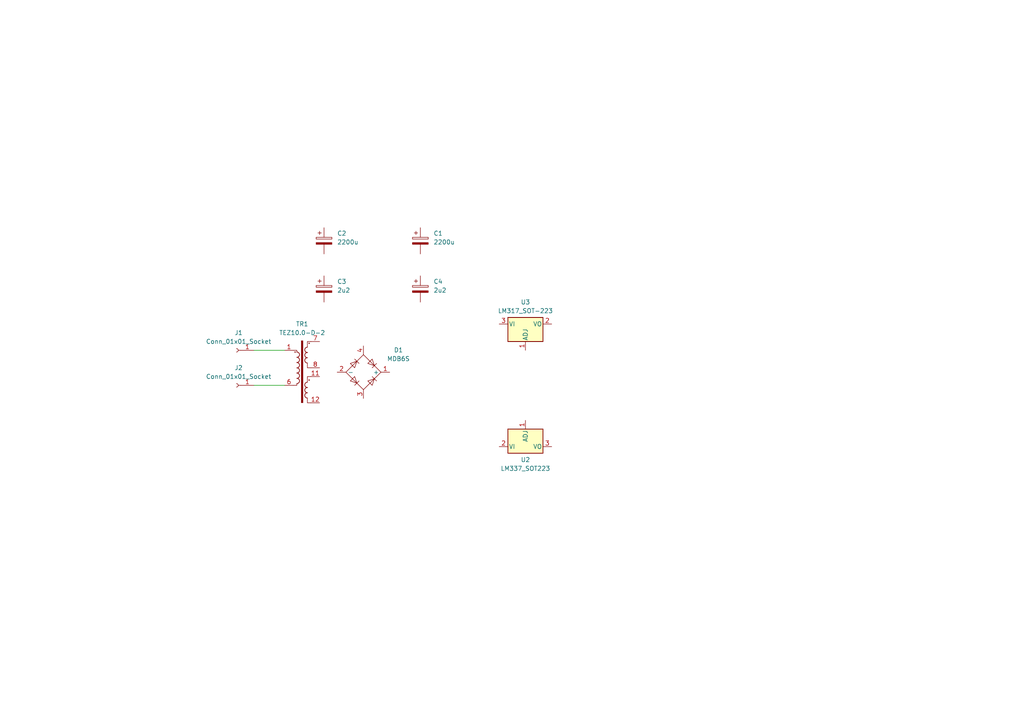
<source format=kicad_sch>
(kicad_sch (version 20250114) (generator "eeschema") (generator_version "9.0")
  (paper "A4")
  (title_block (title "PHONO PREAMP") (date "2025-08-05") (rev "1.0") (company "Chapuzas S.L."))
  (lib_symbols
    (symbol "Connector:Conn_01x01_Socket" (pin_names (offset 1.016) (hide yes))
      (property "Reference" "J" (at 0 2.54 0))
      (property "Value" "Conn_01x01_Socket" (at 0 -2.54 0))
      (symbol "Conn_01x01_Socket_1_1"
        (polyline (pts (xy -1.27 0) (xy -0.508 0)) (stroke (width 0.1524)))
        (arc (start 0 -0.508) (mid -0.5058 0) (end 0 0.508) (stroke (width 0.1524)))
        (pin passive line (at -5.08 0 0) (length 3.81) (name "Pin_1") (number "1"))
      )
    )
    (symbol "Device:C_Polarized" (pin_numbers (hide yes)) (pin_names (offset 0.254))
      (property "Reference" "C" (at 0.635 2.54 0))
      (property "Value" "C_Polarized" (at 0.635 -2.54 0))
      (symbol "C_Polarized_0_1"
        (rectangle (start -2.286 0.508) (end 2.286 1.016))
        (polyline (pts (xy -1.778 2.286) (xy -0.762 2.286)))
        (polyline (pts (xy -1.27 2.794) (xy -1.27 1.778)))
        (rectangle (start 2.286 -0.508) (end -2.286 -1.016) (fill (type outline)))
      )
      (symbol "C_Polarized_1_1"
        (pin passive line (at 0 3.81 270) (length 2.794) (name "~") (number "1"))
        (pin passive line (at 0 -3.81 90) (length 2.794) (name "~") (number "2"))
      )
    )
    (symbol "Diode_Bridge:MDB6S"
      (property "Reference" "D" (at 3.81 6.35 0))
      (property "Value" "MDB6S" (at 6.35 3.81 0))
      (symbol "MDB6S_1_1"
        (polyline (pts (xy -5.08 0) (xy 0 -5.08) (xy 5.08 0) (xy 0 5.08) (xy -5.08 0)))
        (polyline (pts (xy -3.81 2.54) (xy -2.54 1.27) (xy -1.905 3.175) (xy -3.81 2.54)))
        (polyline (pts (xy -2.54 3.81) (xy -1.27 2.54)))
        (polyline (pts (xy -2.54 -1.27) (xy -3.81 -2.54) (xy -1.905 -3.175) (xy -2.54 -1.27)))
        (polyline (pts (xy -1.27 -2.54) (xy -2.54 -3.81)))
        (polyline (pts (xy 1.27 2.54) (xy 2.54 3.81) (xy 3.175 1.905) (xy 1.27 2.54)))
        (polyline (pts (xy 2.54 1.27) (xy 3.81 2.54)))
        (polyline (pts (xy 2.54 -1.27) (xy 3.81 -2.54)))
        (polyline (pts (xy 3.175 -1.905) (xy 1.27 -2.54) (xy 2.54 -3.81) (xy 3.175 -1.905)))
        (pin passive line (at -7.62 0 0) (length 2.54) (name "-") (number "2"))
        (pin passive line (at 0 7.62 270) (length 2.54) (name "~") (number "4"))
        (pin passive line (at 0 -7.62 90) (length 2.54) (name "~") (number "3"))
        (pin passive line (at 7.62 0 180) (length 2.54) (name "+") (number "1"))
      )
    )
    (symbol "Regulator_Linear:LM317_SOT-223" (pin_names (offset 0.254))
      (property "Reference" "U" (at -3.81 3.175 0))
      (property "Value" "LM317_SOT-223" (at 0 3.175 0))
      (symbol "LM317_SOT-223_0_1"
        (rectangle (start -5.08 1.905) (end 5.08 -5.08) (stroke (width 0.254)) (fill (type background)))
      )
      (symbol "LM317_SOT-223_1_1"
        (pin power_in line (at -7.62 0 0) (length 2.54) (name "VI") (number "3"))
        (pin input line (at 0 -7.62 90) (length 2.54) (name "ADJ") (number "1"))
        (pin power_out line (at 7.62 0 180) (length 2.54) (name "VO") (number "2"))
      )
    )
    (symbol "Regulator_Linear:LM337_SOT223" (pin_names (offset 0.254))
      (property "Reference" "U" (at -3.81 -3.175 0))
      (property "Value" "LM337_SOT223" (at 0 -3.175 0))
      (symbol "LM337_SOT223_0_1"
        (rectangle (start -5.08 5.08) (end 5.08 -1.905) (stroke (width 0.254)) (fill (type background)))
      )
      (symbol "LM337_SOT223_1_1"
        (pin power_in line (at -7.62 0 0) (length 2.54) (name "VI") (number "2"))
        (pin input line (at 0 7.62 270) (length 2.54) (name "ADJ") (number "1"))
        (pin power_out line (at 7.62 0 180) (length 2.54) (name "VO") (number "3"))
      )
    )
    (symbol "Transformer:TEZ10.0-D-2" (pin_names (offset 0.0254))
      (property "Reference" "TR" (at 0 8.89 0))
      (property "Value" "TEZ10.0-D-2" (at 0 -11.43 0))
      (symbol "TEZ10.0-D-2_0_1"
        (circle (center -2.032 4.572) (radius 0.127))
        (arc (start -1.524 4.572) (mid -0.7653 3.81) (end -1.524 3.048) (stroke (width 0.2032)))
        (arc (start -1.524 3.048) (mid -0.7653 2.286) (end -1.524 1.524) (stroke (width 0.2032)))
        (arc (start -1.524 1.524) (mid -0.7653 0.762) (end -1.524 0) (stroke (width 0.2032)))
        (arc (start -1.524 0) (mid -0.7653 -0.762) (end -1.524 -1.524) (stroke (width 0.2032)))
        (arc (start -1.524 -1.524) (mid -0.7653 -2.286) (end -1.524 -3.048) (stroke (width 0.2032)))
        (arc (start -1.524 -3.048) (mid -0.7653 -3.81) (end -1.524 -4.572) (stroke (width 0.2032)))
        (polyline (pts (xy -1.524 4.572) (xy -1.524 5.08) (xy -2.54 5.08)))
        (polyline (pts (xy -1.524 -4.572) (xy -1.524 -5.08) (xy -2.54 -5.08)))
        (rectangle (start -0.254 7.874) (end 0.254 -10.16) (stroke (width 0.0254)) (fill (type outline)))
        (polyline (pts (xy 1.524 -8.89) (xy 1.524 -10.16) (xy 2.54 -10.16)))
        (arc (start 1.524 4.445) (mid 0.7653 5.207) (end 1.524 5.969) (stroke (width 0.2032)))
        (arc (start 1.524 2.921) (mid 0.7653 3.683) (end 1.524 4.445) (stroke (width 0.2032)))
        (arc (start 1.524 1.397) (mid 0.7653 2.159) (end 1.524 2.921) (stroke (width 0.2032)))
        (arc (start 1.524 -5.715) (mid 0.7653 -4.953) (end 1.524 -4.191) (stroke (width 0.2032)))
        (arc (start 1.524 -7.239) (mid 0.7653 -6.477) (end 1.524 -5.715) (stroke (width 0.2032)))
        (arc (start 1.524 -8.763) (mid 0.7653 -8.001) (end 1.524 -7.239) (stroke (width 0.2032)))
        (circle (center 2.032 7.112) (radius 0.127))
        (circle (center 2.032 -3.556) (radius 0.127))
        (polyline (pts (xy 2.54 7.62) (xy 1.524 7.62) (xy 1.524 6.096)))
        (polyline (pts (xy 2.54 0) (xy 1.524 0) (xy 1.524 1.27)))
        (polyline (pts (xy 2.54 -2.54) (xy 1.524 -2.54) (xy 1.524 -4.064)))
      )
      (symbol "TEZ10.0-D-2_1_1"
        (pin passive line (at -5.08 5.08 0) (length 2.54) (name "~") (number "1"))
        (pin passive line (at -5.08 -5.08 0) (length 2.54) (name "~") (number "6"))
        (pin passive line (at 5.08 7.62 180) (length 2.54) (name "~") (number "7"))
        (pin passive line (at 5.08 0 180) (length 2.54) (name "~") (number "8"))
        (pin passive line (at 5.08 -2.54 180) (length 2.54) (name "~") (number "11"))
        (pin passive line (at 5.08 -10.16 180) (length 2.54) (name "~") (number "12"))
      )
    )
  )
  (wire (pts (xy 73.66 111.76) (xy 82.55 111.76)))
  (wire (pts (xy 73.66 101.6) (xy 82.55 101.6)))
  (symbol (lib_id "Diode_Bridge:MDB6S") (at 105.41 107.95 0) (unit 1)
    (property "Reference" "D1" (at 115.57 101.5298 0))
    (property "Value" "MDB6S" (at 115.57 104.0698 0))
    (property "Footprint" "Package_SO:TSSOP-4_4.4x5mm_P4mm" (effects (hide yes)))
    (property "Datasheet" "https://www.onsemi.com/pub/Collateral/MDB8S-D.PDF" (effects (hide yes)))
    (property "Description" "Single-Phase Bridge Rectifier, 420V Vrms, 1A If, TSSOP-4" (effects (hide yes)))
  )
  (symbol (lib_id "Regulator_Linear:LM317_SOT-223") (at 152.4 93.98 0) (unit 1)
    (property "Reference" "U3" (at 152.4 87.63 0))
    (property "Value" "LM317_SOT-223" (at 152.4 90.17 0))
    (property "Footprint" "Package_TO_SOT_SMD:SOT-223-3_TabPin2" (effects (hide yes)))
    (property "Datasheet" "http://www.ti.com/lit/ds/symlink/lm317.pdf" (effects (hide yes)))
    (property "Description" "1.5A 35V Adjustable Linear Regulator, SOT-223" (effects (hide yes)))
  )
  (symbol (lib_id "Device:C_Polarized") (at 121.92 69.85 0) (unit 1)
    (property "Reference" "C1" (at 125.73 67.6909 0) (effects (justify left)))
    (property "Value" "2200u" (at 125.73 70.2309 0) (effects (justify left)))
    (property "Footprint" "Capacitor_SMD:CP_Elec_10x10" (effects (hide yes)))
    (property "Description" "Polarized capacitor" (effects (hide yes)))
  )
  (symbol (lib_id "Regulator_Linear:LM337_SOT223") (at 152.4 129.54 0) (unit 1)
    (property "Reference" "U2" (at 152.4 133.35 0))
    (property "Value" "LM337_SOT223" (at 152.4 135.89 0))
    (property "Footprint" "Package_TO_SOT_SMD:SOT-223-3_TabPin2" (effects (hide yes)))
    (property "Datasheet" "http://www.ti.com/lit/ds/symlink/lm337-n.pdf" (effects (hide yes)))
    (property "Description" "Negative 1A 35V Adjustable Linear Regulator, SOT-223" (effects (hide yes)))
  )
  (symbol (lib_id "Transformer:TEZ10.0-D-2") (at 87.63 106.68 0) (unit 1)
    (property "Reference" "TR1" (at 87.63 93.98 0))
    (property "Value" "TEZ10.0-D-2" (at 87.63 96.52 0))
    (property "Footprint" "Transformer_THT:Transformer_Breve_TEZ-44x52" (effects (hide yes)))
    (property "Datasheet" "http://www.breve.pl/pdf/ANG/TEZ_ang.pdf" (effects (hide yes)))
    (property "Description" "TEZ10.0/D/x-x, 10VA, Dual Secondary, Cast Resin Transformer, PCB" (effects (hide yes)))
  )
  (symbol (lib_id "Device:C_Polarized") (at 121.92 83.82 0) (unit 1)
    (property "Reference" "C4" (at 125.73 81.6609 0) (effects (justify left)))
    (property "Value" "2u2" (at 125.73 84.2009 0) (effects (justify left)))
    (property "Footprint" "Capacitor_SMD:CP_Elec_4x5.4" (effects (hide yes)))
    (property "Description" "Polarized capacitor" (effects (hide yes)))
  )
  (symbol (lib_id "Device:C_Polarized") (at 93.98 69.85 0) (unit 1)
    (property "Reference" "C2" (at 97.79 67.6909 0) (effects (justify left)))
    (property "Value" "2200u" (at 97.79 70.2309 0) (effects (justify left)))
    (property "Footprint" "Capacitor_SMD:CP_Elec_16x17.5" (effects (hide yes)))
    (property "Description" "Polarized capacitor" (effects (hide yes)))
  )
  (symbol (lib_id "Connector:Conn_01x01_Socket") (at 68.58 111.76 180) (unit 1)
    (property "Reference" "J2" (at 69.215 106.68 0))
    (property "Value" "Conn_01x01_Socket" (at 69.215 109.22 0))
    (property "Footprint" "Connector_Wire:SolderWire-2.5sqmm_1x01_D2.4mm_OD4.4mm" (effects (hide yes)))
    (property "Description" "Generic connector, single row, 01x01, script generated" (effects (hide yes)))
  )
  (symbol (lib_id "Connector:Conn_01x01_Socket") (at 68.58 101.6 180) (unit 1)
    (property "Reference" "J1" (at 69.215 96.52 0))
    (property "Value" "Conn_01x01_Socket" (at 69.215 99.06 0))
    (property "Footprint" "Connector_Wire:SolderWire-2.5sqmm_1x01_D2.4mm_OD4.4mm" (effects (hide yes)))
    (property "Description" "Generic connector, single row, 01x01, script generated" (effects (hide yes)))
  )
  (symbol (lib_id "Device:C_Polarized") (at 93.98 83.82 0) (unit 1)
    (property "Reference" "C3" (at 97.79 81.6609 0) (effects (justify left)))
    (property "Value" "2u2" (at 97.79 84.2009 0) (effects (justify left)))
    (property "Footprint" "Capacitor_SMD:CP_Elec_4x5.4" (effects (hide yes)))
    (property "Description" "Polarized capacitor" (effects (hide yes)))
  )
)
</source>
